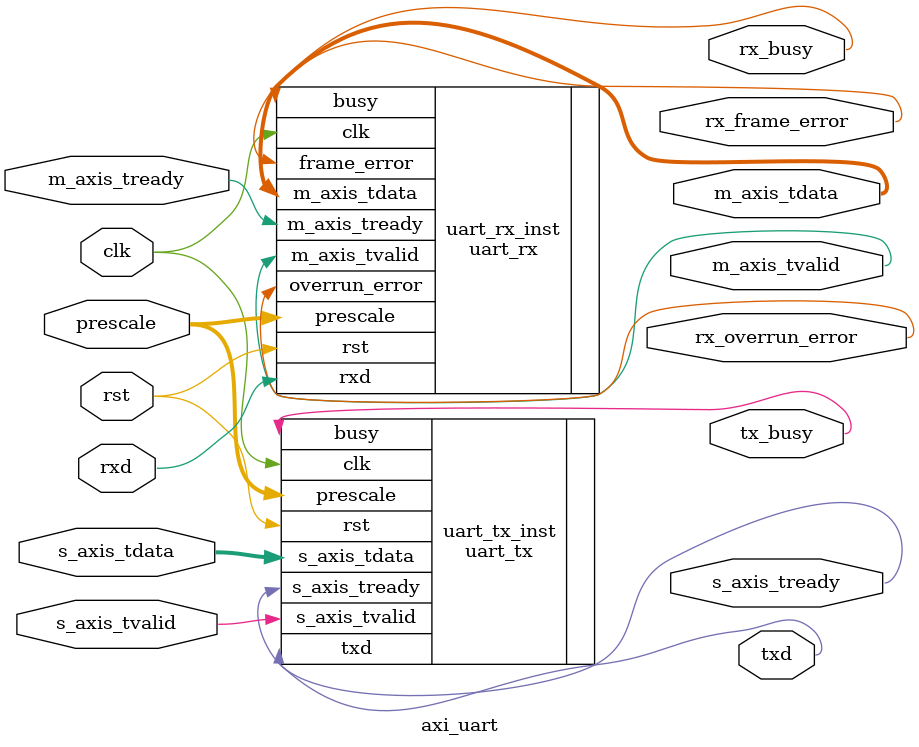
<source format=v>
/*

Copyright (c) 2014-2017 Alex Forencich

Permission is hereby granted, free of charge, to any person obtaining a copy
of this software and associated documentation files (the "Software"), to deal
in the Software without restriction, including without limitation the rights
to use, copy, modify, merge, publish, distribute, sublicense, and/or sell
copies of the Software, and to permit persons to whom the Software is
furnished to do so, subject to the following conditions:

The above copyright notice and this permission notice shall be included in
all copies or substantial portions of the Software.

THE SOFTWARE IS PROVIDED "AS IS", WITHOUT WARRANTY OF ANY KIND, EXPRESS OR
IMPLIED, INCLUDING BUT NOT LIMITED TO THE WARRANTIES OF MERCHANTABILITY
FITNESS FOR A PARTICULAR PURPOSE AND NONINFRINGEMENT. IN NO EVENT SHALL THE
AUTHORS OR COPYRIGHT HOLDERS BE LIABLE FOR ANY CLAIM, DAMAGES OR OTHER
LIABILITY, WHETHER IN AN ACTION OF CONTRACT, TORT OR OTHERWISE, ARISING FROM,
OUT OF OR IN CONNECTION WITH THE SOFTWARE OR THE USE OR OTHER DEALINGS IN
THE SOFTWARE.

prescale = Fclk / (baud * 8)
*/

// Language: Verilog 2001

`timescale 1ns / 1ps

/*
 * AXI4-Stream UART
 */
module axi_uart #
(
    parameter DATA_WIDTH = 8
)
(
    input  wire                   clk,
    input  wire                   rst,

    /*
     * AXI input
     */
    input  wire [DATA_WIDTH-1:0]  s_axis_tdata,
    input  wire                   s_axis_tvalid,
    output wire                   s_axis_tready,

    /*
     * AXI output
     */
    output wire [DATA_WIDTH-1:0]  m_axis_tdata,
    output wire                   m_axis_tvalid,
    input  wire                   m_axis_tready,

    /*
     * UART interface
     */
    input  wire                   rxd,
    output wire                   txd,

    /*
     * Status
     */
    output wire                   tx_busy,
    output wire                   rx_busy,
    output wire                   rx_overrun_error,
    output wire                   rx_frame_error,

    /*
     * Configuration
     */
    input  wire [15:0]            prescale

);

uart_tx #(
    .DATA_WIDTH(DATA_WIDTH)
)
uart_tx_inst (
    .clk(clk),
    .rst(rst),
    // axi input
    .s_axis_tdata(s_axis_tdata),
    .s_axis_tvalid(s_axis_tvalid),
    .s_axis_tready(s_axis_tready),
    // output
    .txd(txd),
    // status
    .busy(tx_busy),
    // configuration
    .prescale(prescale)
);

uart_rx #(
    .DATA_WIDTH(DATA_WIDTH)
)
uart_rx_inst (
    .clk(clk),
    .rst(rst),
    // axi output
    .m_axis_tdata(m_axis_tdata),
    .m_axis_tvalid(m_axis_tvalid),
    .m_axis_tready(m_axis_tready),
    // input
    .rxd(rxd),
    // status
    .busy(rx_busy),
    .overrun_error(rx_overrun_error),
    .frame_error(rx_frame_error),
    // configuration
    .prescale(prescale)
);

endmodule

</source>
